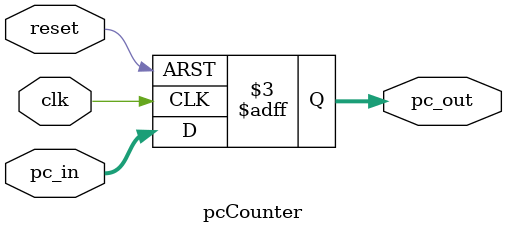
<source format=v>
module pcCounter (clk, reset, pc_in, pc_out);
    input clk, reset;
    input [31:0] pc_in; 
    output reg [31:0] pc_out; 

    always @ (posedge clk or posedge reset)
    begin
        if (reset == 1'b1)
            pc_out = 0; 
        else
            pc_out <= pc_in; 
    end
endmodule
</source>
